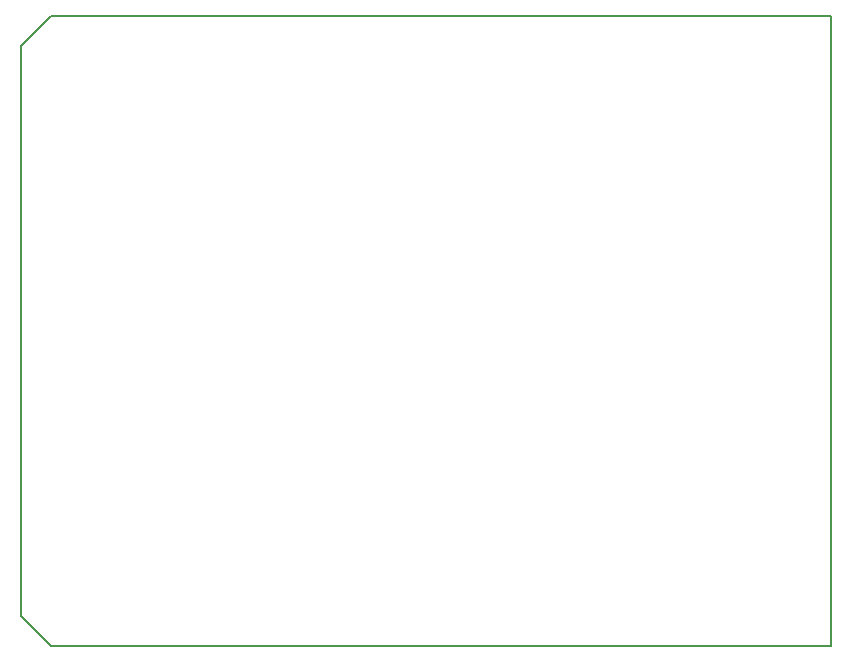
<source format=gko>
%TF.GenerationSoftware,KiCad,Pcbnew,8.0.5*%
%TF.CreationDate,2024-10-24T20:07:57-06:00*%
%TF.ProjectId,Diorama_Controller,44696f72-616d-4615-9f43-6f6e74726f6c,v10*%
%TF.SameCoordinates,Original*%
%TF.FileFunction,Soldermask,Bot*%
%TF.FilePolarity,Negative*%
%FSLAX46Y46*%
G04 Gerber Fmt 4.6, Leading zero omitted, Abs format (unit mm)*
G04 Created by KiCad (PCBNEW 8.0.5) date 2024-10-24 20:07:57*
%MOMM*%
%LPD*%
G01*
G04 APERTURE LIST*
%TA.AperFunction,Profile*%
%ADD10C,0.152400*%
%TD*%
G04 APERTURE END LIST*
D10*
X68580000Y0D02*
X2540000Y0D01*
X0Y2540000D01*
X0Y50800000D01*
X2540000Y53340000D01*
X68580000Y53340000D01*
X68580000Y0D01*
M02*

</source>
